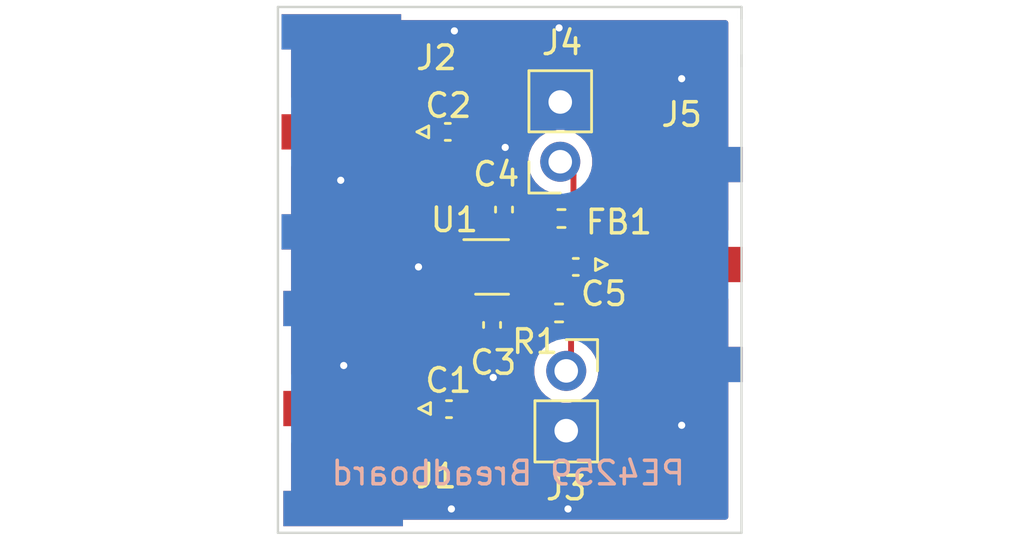
<source format=kicad_pcb>
(kicad_pcb (version 20171130) (host pcbnew "(5.1.10)-1")

  (general
    (thickness 1.6)
    (drawings 7)
    (tracks 88)
    (zones 0)
    (modules 13)
    (nets 12)
  )

  (page A4)
  (layers
    (0 F.Cu signal)
    (1 In1.Cu signal)
    (2 In2.Cu signal)
    (31 B.Cu signal)
    (32 B.Adhes user)
    (33 F.Adhes user)
    (34 B.Paste user)
    (35 F.Paste user)
    (36 B.SilkS user)
    (37 F.SilkS user)
    (38 B.Mask user)
    (39 F.Mask user)
    (40 Dwgs.User user)
    (41 Cmts.User user)
    (42 Eco1.User user)
    (43 Eco2.User user)
    (44 Edge.Cuts user)
    (45 Margin user)
    (46 B.CrtYd user)
    (47 F.CrtYd user)
    (48 B.Fab user)
    (49 F.Fab user hide)
  )

  (setup
    (last_trace_width 0.25)
    (trace_clearance 0.3048)
    (zone_clearance 0.508)
    (zone_45_only no)
    (trace_min 0.2)
    (via_size 0.6096)
    (via_drill 0.3048)
    (via_min_size 0.4)
    (via_min_drill 0.3)
    (uvia_size 0.3)
    (uvia_drill 0.1)
    (uvias_allowed no)
    (uvia_min_size 0.2)
    (uvia_min_drill 0.1)
    (edge_width 0.1)
    (segment_width 0.2)
    (pcb_text_width 0.3)
    (pcb_text_size 1.5 1.5)
    (mod_edge_width 0.15)
    (mod_text_size 1 1)
    (mod_text_width 0.15)
    (pad_size 1.7 1.7)
    (pad_drill 1)
    (pad_to_mask_clearance 0)
    (aux_axis_origin 0 0)
    (visible_elements 7FFFFFFF)
    (pcbplotparams
      (layerselection 0x010fc_ffffffff)
      (usegerberextensions false)
      (usegerberattributes true)
      (usegerberadvancedattributes true)
      (creategerberjobfile true)
      (excludeedgelayer true)
      (linewidth 0.100000)
      (plotframeref false)
      (viasonmask false)
      (mode 1)
      (useauxorigin false)
      (hpglpennumber 1)
      (hpglpenspeed 20)
      (hpglpendiameter 15.000000)
      (psnegative false)
      (psa4output false)
      (plotreference true)
      (plotvalue true)
      (plotinvisibletext false)
      (padsonsilk false)
      (subtractmaskfromsilk false)
      (outputformat 1)
      (mirror false)
      (drillshape 1)
      (scaleselection 1)
      (outputdirectory ""))
  )

  (net 0 "")
  (net 1 IN_2)
  (net 2 "Net-(C1-Pad1)")
  (net 3 IN_1)
  (net 4 "Net-(C2-Pad1)")
  (net 5 GND)
  (net 6 "Net-(C3-Pad1)")
  (net 7 "Net-(C4-Pad1)")
  (net 8 OUT)
  (net 9 "Net-(C5-Pad1)")
  (net 10 VCC3V3)
  (net 11 REFCLK_SEL)

  (net_class Default "This is the default net class."
    (clearance 0.3048)
    (trace_width 0.25)
    (via_dia 0.6096)
    (via_drill 0.3048)
    (uvia_dia 0.3)
    (uvia_drill 0.1)
    (add_net GND)
    (add_net "Net-(C3-Pad1)")
    (add_net "Net-(C4-Pad1)")
    (add_net REFCLK_SEL)
    (add_net VCC3V3)
  )

  (net_class RF ""
    (clearance 0.6096)
    (trace_width 0.3556)
    (via_dia 0.6096)
    (via_drill 0.3048)
    (uvia_dia 0.3)
    (uvia_drill 0.1)
    (add_net IN_1)
    (add_net IN_2)
    (add_net "Net-(C1-Pad1)")
    (add_net "Net-(C2-Pad1)")
    (add_net "Net-(C5-Pad1)")
    (add_net OUT)
  )

  (module Package_TO_SOT_SMD:SOT-363_SC-70-6_Handsoldering (layer F.Cu) (tedit 5A02FF57) (tstamp 628CF651)
    (at 137.2362 75.565)
    (descr "SOT-363, SC-70-6, Handsoldering")
    (tags "SOT-363 SC-70-6 Handsoldering")
    (path /628BE56D)
    (attr smd)
    (fp_text reference U1 (at -1.6002 -2) (layer F.SilkS)
      (effects (font (size 1 1) (thickness 0.15)))
    )
    (fp_text value PE4259 (at 0 2 180) (layer F.Fab)
      (effects (font (size 1 1) (thickness 0.15)))
    )
    (fp_line (start -0.175 -1.1) (end -0.675 -0.6) (layer F.Fab) (width 0.1))
    (fp_line (start 0.675 1.1) (end -0.675 1.1) (layer F.Fab) (width 0.1))
    (fp_line (start 0.675 -1.1) (end 0.675 1.1) (layer F.Fab) (width 0.1))
    (fp_line (start -0.675 -0.6) (end -0.675 1.1) (layer F.Fab) (width 0.1))
    (fp_line (start 0.675 -1.1) (end -0.175 -1.1) (layer F.Fab) (width 0.1))
    (fp_line (start -2.4 -1.4) (end 2.4 -1.4) (layer F.CrtYd) (width 0.05))
    (fp_line (start -2.4 -1.4) (end -2.4 1.4) (layer F.CrtYd) (width 0.05))
    (fp_line (start 2.4 1.4) (end 2.4 -1.4) (layer F.CrtYd) (width 0.05))
    (fp_line (start -0.7 1.16) (end 0.7 1.16) (layer F.SilkS) (width 0.12))
    (fp_line (start 0.7 -1.16) (end -1.2 -1.16) (layer F.SilkS) (width 0.12))
    (fp_line (start -2.4 1.4) (end 2.4 1.4) (layer F.CrtYd) (width 0.05))
    (fp_text user %R (at 0 0 90) (layer F.Fab)
      (effects (font (size 0.5 0.5) (thickness 0.075)))
    )
    (pad 6 smd rect (at 1.33 -0.65) (size 1.5 0.4) (layers F.Cu F.Paste F.Mask)
      (net 7 "Net-(C4-Pad1)"))
    (pad 5 smd rect (at 1.33 0) (size 1.5 0.4) (layers F.Cu F.Paste F.Mask)
      (net 9 "Net-(C5-Pad1)"))
    (pad 4 smd rect (at 1.33 0.65) (size 1.5 0.4) (layers F.Cu F.Paste F.Mask)
      (net 6 "Net-(C3-Pad1)"))
    (pad 3 smd rect (at -1.33 0.65) (size 1.5 0.4) (layers F.Cu F.Paste F.Mask)
      (net 2 "Net-(C1-Pad1)"))
    (pad 2 smd rect (at -1.33 0) (size 1.5 0.4) (layers F.Cu F.Paste F.Mask)
      (net 5 GND))
    (pad 1 smd rect (at -1.33 -0.65) (size 1.5 0.4) (layers F.Cu F.Paste F.Mask)
      (net 4 "Net-(C2-Pad1)"))
    (model ${KISYS3DMOD}/Package_TO_SOT_SMD.3dshapes/SOT-363_SC-70-6.wrl
      (at (xyz 0 0 0))
      (scale (xyz 1 1 1))
      (rotate (xyz 0 0 0))
    )
  )

  (module Resistor_SMD:R_0402_1005Metric (layer F.Cu) (tedit 5F68FEEE) (tstamp 628CF63B)
    (at 140.081 77.5208)
    (descr "Resistor SMD 0402 (1005 Metric), square (rectangular) end terminal, IPC_7351 nominal, (Body size source: IPC-SM-782 page 72, https://www.pcb-3d.com/wordpress/wp-content/uploads/ipc-sm-782a_amendment_1_and_2.pdf), generated with kicad-footprint-generator")
    (tags resistor)
    (path /628C8F5F)
    (attr smd)
    (fp_text reference R1 (at -1.016 1.2192) (layer F.SilkS)
      (effects (font (size 1 1) (thickness 0.15)))
    )
    (fp_text value 100 (at 0 1.17) (layer F.Fab)
      (effects (font (size 1 1) (thickness 0.15)))
    )
    (fp_line (start 0.93 0.47) (end -0.93 0.47) (layer F.CrtYd) (width 0.05))
    (fp_line (start 0.93 -0.47) (end 0.93 0.47) (layer F.CrtYd) (width 0.05))
    (fp_line (start -0.93 -0.47) (end 0.93 -0.47) (layer F.CrtYd) (width 0.05))
    (fp_line (start -0.93 0.47) (end -0.93 -0.47) (layer F.CrtYd) (width 0.05))
    (fp_line (start -0.153641 0.38) (end 0.153641 0.38) (layer F.SilkS) (width 0.12))
    (fp_line (start -0.153641 -0.38) (end 0.153641 -0.38) (layer F.SilkS) (width 0.12))
    (fp_line (start 0.525 0.27) (end -0.525 0.27) (layer F.Fab) (width 0.1))
    (fp_line (start 0.525 -0.27) (end 0.525 0.27) (layer F.Fab) (width 0.1))
    (fp_line (start -0.525 -0.27) (end 0.525 -0.27) (layer F.Fab) (width 0.1))
    (fp_line (start -0.525 0.27) (end -0.525 -0.27) (layer F.Fab) (width 0.1))
    (fp_text user %R (at 0 0) (layer F.Fab)
      (effects (font (size 0.26 0.26) (thickness 0.04)))
    )
    (pad 2 smd roundrect (at 0.51 0) (size 0.54 0.64) (layers F.Cu F.Paste F.Mask) (roundrect_rratio 0.25)
      (net 11 REFCLK_SEL))
    (pad 1 smd roundrect (at -0.51 0) (size 0.54 0.64) (layers F.Cu F.Paste F.Mask) (roundrect_rratio 0.25)
      (net 6 "Net-(C3-Pad1)"))
    (model ${KISYS3DMOD}/Resistor_SMD.3dshapes/R_0402_1005Metric.wrl
      (at (xyz 0 0 0))
      (scale (xyz 1 1 1))
      (rotate (xyz 0 0 0))
    )
  )

  (module Connector_Coaxial:SMA_Amphenol_132289_EdgeMount (layer F.Cu) (tedit 5A1C1810) (tstamp 628CF62A)
    (at 145.3388 75.4634)
    (descr http://www.amphenolrf.com/132289.html)
    (tags SMA)
    (path /62947FD2)
    (attr smd)
    (fp_text reference J5 (at -0.0508 -6.3754 180) (layer F.SilkS)
      (effects (font (size 1 1) (thickness 0.15)))
    )
    (fp_text value Conn_01x05_Male (at 5 6) (layer F.Fab)
      (effects (font (size 1 1) (thickness 0.15)))
    )
    (fp_line (start -1.91 5.08) (end 4.445 5.08) (layer F.Fab) (width 0.1))
    (fp_line (start -1.91 3.81) (end -1.91 5.08) (layer F.Fab) (width 0.1))
    (fp_line (start 2.54 3.81) (end -1.91 3.81) (layer F.Fab) (width 0.1))
    (fp_line (start 2.54 -3.81) (end 2.54 3.81) (layer F.Fab) (width 0.1))
    (fp_line (start -1.91 -3.81) (end 2.54 -3.81) (layer F.Fab) (width 0.1))
    (fp_line (start -1.91 -5.08) (end -1.91 -3.81) (layer F.Fab) (width 0.1))
    (fp_line (start -1.91 -5.08) (end 4.445 -5.08) (layer F.Fab) (width 0.1))
    (fp_line (start 4.445 -3.81) (end 4.445 -5.08) (layer F.Fab) (width 0.1))
    (fp_line (start 4.445 5.08) (end 4.445 3.81) (layer F.Fab) (width 0.1))
    (fp_line (start 13.97 3.81) (end 4.445 3.81) (layer F.Fab) (width 0.1))
    (fp_line (start 13.97 -3.81) (end 13.97 3.81) (layer F.Fab) (width 0.1))
    (fp_line (start 4.445 -3.81) (end 13.97 -3.81) (layer F.Fab) (width 0.1))
    (fp_line (start -3.04 5.58) (end -3.04 -5.58) (layer B.CrtYd) (width 0.05))
    (fp_line (start 14.47 5.58) (end -3.04 5.58) (layer B.CrtYd) (width 0.05))
    (fp_line (start 14.47 -5.58) (end 14.47 5.58) (layer B.CrtYd) (width 0.05))
    (fp_line (start 14.47 -5.58) (end -3.04 -5.58) (layer B.CrtYd) (width 0.05))
    (fp_line (start -3.04 5.58) (end -3.04 -5.58) (layer F.CrtYd) (width 0.05))
    (fp_line (start 14.47 5.58) (end -3.04 5.58) (layer F.CrtYd) (width 0.05))
    (fp_line (start 14.47 -5.58) (end 14.47 5.58) (layer F.CrtYd) (width 0.05))
    (fp_line (start 14.47 -5.58) (end -3.04 -5.58) (layer F.CrtYd) (width 0.05))
    (fp_line (start 2.54 -0.75) (end 3.54 0) (layer F.Fab) (width 0.1))
    (fp_line (start 3.54 0) (end 2.54 0.75) (layer F.Fab) (width 0.1))
    (fp_line (start -3.21 0) (end -3.71 -0.25) (layer F.SilkS) (width 0.12))
    (fp_line (start -3.71 -0.25) (end -3.71 0.25) (layer F.SilkS) (width 0.12))
    (fp_line (start -3.71 0.25) (end -3.21 0) (layer F.SilkS) (width 0.12))
    (fp_text user %R (at 4.79 0 270) (layer F.Fab)
      (effects (font (size 1 1) (thickness 0.15)))
    )
    (pad 1 smd rect (at 0 0 90) (size 1.5 5.08) (layers F.Cu F.Paste F.Mask)
      (net 8 OUT))
    (pad 2 smd rect (at 0 -4.25 90) (size 1.5 5.08) (layers F.Cu F.Paste F.Mask)
      (net 5 GND))
    (pad 2 smd rect (at 0 4.25 90) (size 1.5 5.08) (layers F.Cu F.Paste F.Mask)
      (net 5 GND))
    (pad 2 smd rect (at 0 -4.25 90) (size 1.5 5.08) (layers B.Cu B.Paste B.Mask)
      (net 5 GND))
    (pad 2 smd rect (at 0 4.25 90) (size 1.5 5.08) (layers B.Cu B.Paste B.Mask)
      (net 5 GND))
    (model ${KISYS3DMOD}/Connector_Coaxial.3dshapes/SMA_Amphenol_132289_EdgeMount.wrl
      (at (xyz 0 0 0))
      (scale (xyz 1 1 1))
      (rotate (xyz 0 0 0))
    )
  )

  (module Connector_PinSocket_2.54mm:PinSocket_1x02_P2.54mm_Vertical (layer F.Cu) (tedit 628CD513) (tstamp 628CF607)
    (at 140.1318 71.0946 180)
    (descr "Through hole straight socket strip, 1x02, 2.54mm pitch, single row (from Kicad 4.0.7), script generated")
    (tags "Through hole socket strip THT 1x02 2.54mm single row")
    (path /628BF566)
    (fp_text reference J4 (at -0.0762 5.0546) (layer F.SilkS)
      (effects (font (size 1 1) (thickness 0.15)))
    )
    (fp_text value Conn_01x02_Male (at 0 5.31) (layer F.Fab)
      (effects (font (size 1 1) (thickness 0.15)))
    )
    (fp_line (start -1.8 4.3) (end -1.8 -1.8) (layer F.CrtYd) (width 0.05))
    (fp_line (start 1.75 4.3) (end -1.8 4.3) (layer F.CrtYd) (width 0.05))
    (fp_line (start 1.75 -1.8) (end 1.75 4.3) (layer F.CrtYd) (width 0.05))
    (fp_line (start -1.8 -1.8) (end 1.75 -1.8) (layer F.CrtYd) (width 0.05))
    (fp_line (start 0 -1.33) (end 1.33 -1.33) (layer F.SilkS) (width 0.12))
    (fp_line (start 1.33 -1.33) (end 1.33 0) (layer F.SilkS) (width 0.12))
    (fp_line (start 1.33 1.27) (end 1.33 3.87) (layer F.SilkS) (width 0.12))
    (fp_line (start -1.33 3.87) (end 1.33 3.87) (layer F.SilkS) (width 0.12))
    (fp_line (start -1.33 1.27) (end -1.33 3.87) (layer F.SilkS) (width 0.12))
    (fp_line (start -1.33 1.27) (end 1.33 1.27) (layer F.SilkS) (width 0.12))
    (fp_line (start -1.27 3.81) (end -1.27 -1.27) (layer F.Fab) (width 0.1))
    (fp_line (start 1.27 3.81) (end -1.27 3.81) (layer F.Fab) (width 0.1))
    (fp_line (start 1.27 -0.635) (end 1.27 3.81) (layer F.Fab) (width 0.1))
    (fp_line (start 0.635 -1.27) (end 1.27 -0.635) (layer F.Fab) (width 0.1))
    (fp_line (start -1.27 -1.27) (end 0.635 -1.27) (layer F.Fab) (width 0.1))
    (fp_text user %R (at 0 1.27 90) (layer F.Fab)
      (effects (font (size 1 1) (thickness 0.15)))
    )
    (pad 2 thru_hole rect (at 0 2.54 180) (size 1.7 1.7) (drill 1) (layers *.Cu *.Mask)
      (net 5 GND))
    (pad 1 thru_hole oval (at 0 0 180) (size 1.7 1.7) (drill 1) (layers *.Cu *.Mask)
      (net 10 VCC3V3))
    (model ${KISYS3DMOD}/Connector_PinSocket_2.54mm.3dshapes/PinSocket_1x02_P2.54mm_Vertical.wrl
      (at (xyz 0 0 0))
      (scale (xyz 1 1 1))
      (rotate (xyz 0 0 0))
    )
  )

  (module Connector_PinSocket_2.54mm:PinSocket_1x02_P2.54mm_Vertical (layer F.Cu) (tedit 628CD4E5) (tstamp 628CF5F1)
    (at 140.3858 79.9846)
    (descr "Through hole straight socket strip, 1x02, 2.54mm pitch, single row (from Kicad 4.0.7), script generated")
    (tags "Through hole socket strip THT 1x02 2.54mm single row")
    (path /629525F7)
    (fp_text reference J3 (at 0 4.9784) (layer F.SilkS)
      (effects (font (size 1 1) (thickness 0.15)))
    )
    (fp_text value Conn_01x02_Male (at 0 5.31) (layer F.Fab)
      (effects (font (size 1 1) (thickness 0.15)))
    )
    (fp_line (start -1.8 4.3) (end -1.8 -1.8) (layer F.CrtYd) (width 0.05))
    (fp_line (start 1.75 4.3) (end -1.8 4.3) (layer F.CrtYd) (width 0.05))
    (fp_line (start 1.75 -1.8) (end 1.75 4.3) (layer F.CrtYd) (width 0.05))
    (fp_line (start -1.8 -1.8) (end 1.75 -1.8) (layer F.CrtYd) (width 0.05))
    (fp_line (start 0 -1.33) (end 1.33 -1.33) (layer F.SilkS) (width 0.12))
    (fp_line (start 1.33 -1.33) (end 1.33 0) (layer F.SilkS) (width 0.12))
    (fp_line (start 1.33 1.27) (end 1.33 3.87) (layer F.SilkS) (width 0.12))
    (fp_line (start -1.33 3.87) (end 1.33 3.87) (layer F.SilkS) (width 0.12))
    (fp_line (start -1.33 1.27) (end -1.33 3.87) (layer F.SilkS) (width 0.12))
    (fp_line (start -1.33 1.27) (end 1.33 1.27) (layer F.SilkS) (width 0.12))
    (fp_line (start -1.27 3.81) (end -1.27 -1.27) (layer F.Fab) (width 0.1))
    (fp_line (start 1.27 3.81) (end -1.27 3.81) (layer F.Fab) (width 0.1))
    (fp_line (start 1.27 -0.635) (end 1.27 3.81) (layer F.Fab) (width 0.1))
    (fp_line (start 0.635 -1.27) (end 1.27 -0.635) (layer F.Fab) (width 0.1))
    (fp_line (start -1.27 -1.27) (end 0.635 -1.27) (layer F.Fab) (width 0.1))
    (fp_text user %R (at 0 1.27 90) (layer F.Fab)
      (effects (font (size 1 1) (thickness 0.15)))
    )
    (pad 2 thru_hole rect (at 0 2.54) (size 1.7 1.7) (drill 1) (layers *.Cu *.Mask)
      (net 5 GND))
    (pad 1 thru_hole circle (at 0 0) (size 1.7 1.7) (drill 1) (layers *.Cu *.Mask)
      (net 11 REFCLK_SEL))
    (model ${KISYS3DMOD}/Connector_PinSocket_2.54mm.3dshapes/PinSocket_1x02_P2.54mm_Vertical.wrl
      (at (xyz 0 0 0))
      (scale (xyz 1 1 1))
      (rotate (xyz 0 0 0))
    )
  )

  (module Connector_Coaxial:SMA_Amphenol_132289_EdgeMount (layer F.Cu) (tedit 5A1C1810) (tstamp 628CF5DB)
    (at 130.8354 69.8246 180)
    (descr http://www.amphenolrf.com/132289.html)
    (tags SMA)
    (path /6294BDE3)
    (attr smd)
    (fp_text reference J2 (at -4.0386 3.1496 180) (layer F.SilkS)
      (effects (font (size 1 1) (thickness 0.15)))
    )
    (fp_text value Conn_01x05_Male (at 5 6) (layer F.Fab)
      (effects (font (size 1 1) (thickness 0.15)))
    )
    (fp_line (start -1.91 5.08) (end 4.445 5.08) (layer F.Fab) (width 0.1))
    (fp_line (start -1.91 3.81) (end -1.91 5.08) (layer F.Fab) (width 0.1))
    (fp_line (start 2.54 3.81) (end -1.91 3.81) (layer F.Fab) (width 0.1))
    (fp_line (start 2.54 -3.81) (end 2.54 3.81) (layer F.Fab) (width 0.1))
    (fp_line (start -1.91 -3.81) (end 2.54 -3.81) (layer F.Fab) (width 0.1))
    (fp_line (start -1.91 -5.08) (end -1.91 -3.81) (layer F.Fab) (width 0.1))
    (fp_line (start -1.91 -5.08) (end 4.445 -5.08) (layer F.Fab) (width 0.1))
    (fp_line (start 4.445 -3.81) (end 4.445 -5.08) (layer F.Fab) (width 0.1))
    (fp_line (start 4.445 5.08) (end 4.445 3.81) (layer F.Fab) (width 0.1))
    (fp_line (start 13.97 3.81) (end 4.445 3.81) (layer F.Fab) (width 0.1))
    (fp_line (start 13.97 -3.81) (end 13.97 3.81) (layer F.Fab) (width 0.1))
    (fp_line (start 4.445 -3.81) (end 13.97 -3.81) (layer F.Fab) (width 0.1))
    (fp_line (start -3.04 5.58) (end -3.04 -5.58) (layer B.CrtYd) (width 0.05))
    (fp_line (start 14.47 5.58) (end -3.04 5.58) (layer B.CrtYd) (width 0.05))
    (fp_line (start 14.47 -5.58) (end 14.47 5.58) (layer B.CrtYd) (width 0.05))
    (fp_line (start 14.47 -5.58) (end -3.04 -5.58) (layer B.CrtYd) (width 0.05))
    (fp_line (start -3.04 5.58) (end -3.04 -5.58) (layer F.CrtYd) (width 0.05))
    (fp_line (start 14.47 5.58) (end -3.04 5.58) (layer F.CrtYd) (width 0.05))
    (fp_line (start 14.47 -5.58) (end 14.47 5.58) (layer F.CrtYd) (width 0.05))
    (fp_line (start 14.47 -5.58) (end -3.04 -5.58) (layer F.CrtYd) (width 0.05))
    (fp_line (start 2.54 -0.75) (end 3.54 0) (layer F.Fab) (width 0.1))
    (fp_line (start 3.54 0) (end 2.54 0.75) (layer F.Fab) (width 0.1))
    (fp_line (start -3.21 0) (end -3.71 -0.25) (layer F.SilkS) (width 0.12))
    (fp_line (start -3.71 -0.25) (end -3.71 0.25) (layer F.SilkS) (width 0.12))
    (fp_line (start -3.71 0.25) (end -3.21 0) (layer F.SilkS) (width 0.12))
    (fp_text user %R (at 4.79 0 270) (layer F.Fab)
      (effects (font (size 1 1) (thickness 0.15)))
    )
    (pad 1 smd rect (at 0 0 270) (size 1.5 5.08) (layers F.Cu F.Paste F.Mask)
      (net 3 IN_1))
    (pad 2 smd rect (at 0 -4.25 270) (size 1.5 5.08) (layers F.Cu F.Paste F.Mask)
      (net 5 GND))
    (pad 2 smd rect (at 0 4.25 270) (size 1.5 5.08) (layers F.Cu F.Paste F.Mask)
      (net 5 GND))
    (pad 2 smd rect (at 0 -4.25 270) (size 1.5 5.08) (layers B.Cu B.Paste B.Mask)
      (net 5 GND))
    (pad 2 smd rect (at 0 4.25 270) (size 1.5 5.08) (layers B.Cu B.Paste B.Mask)
      (net 5 GND))
    (model ${KISYS3DMOD}/Connector_Coaxial.3dshapes/SMA_Amphenol_132289_EdgeMount.wrl
      (at (xyz 0 0 0))
      (scale (xyz 1 1 1))
      (rotate (xyz 0 0 0))
    )
  )

  (module Connector_Coaxial:SMA_Amphenol_132289_EdgeMount (layer F.Cu) (tedit 5A1C1810) (tstamp 628CF5B8)
    (at 130.9116 81.5848 180)
    (descr http://www.amphenolrf.com/132289.html)
    (tags SMA)
    (path /6294A55C)
    (attr smd)
    (fp_text reference J1 (at -3.9624 -2.8702 180) (layer F.SilkS)
      (effects (font (size 1 1) (thickness 0.15)))
    )
    (fp_text value Conn_01x05_Male (at 5 6) (layer F.Fab)
      (effects (font (size 1 1) (thickness 0.15)))
    )
    (fp_line (start -1.91 5.08) (end 4.445 5.08) (layer F.Fab) (width 0.1))
    (fp_line (start -1.91 3.81) (end -1.91 5.08) (layer F.Fab) (width 0.1))
    (fp_line (start 2.54 3.81) (end -1.91 3.81) (layer F.Fab) (width 0.1))
    (fp_line (start 2.54 -3.81) (end 2.54 3.81) (layer F.Fab) (width 0.1))
    (fp_line (start -1.91 -3.81) (end 2.54 -3.81) (layer F.Fab) (width 0.1))
    (fp_line (start -1.91 -5.08) (end -1.91 -3.81) (layer F.Fab) (width 0.1))
    (fp_line (start -1.91 -5.08) (end 4.445 -5.08) (layer F.Fab) (width 0.1))
    (fp_line (start 4.445 -3.81) (end 4.445 -5.08) (layer F.Fab) (width 0.1))
    (fp_line (start 4.445 5.08) (end 4.445 3.81) (layer F.Fab) (width 0.1))
    (fp_line (start 13.97 3.81) (end 4.445 3.81) (layer F.Fab) (width 0.1))
    (fp_line (start 13.97 -3.81) (end 13.97 3.81) (layer F.Fab) (width 0.1))
    (fp_line (start 4.445 -3.81) (end 13.97 -3.81) (layer F.Fab) (width 0.1))
    (fp_line (start -3.04 5.58) (end -3.04 -5.58) (layer B.CrtYd) (width 0.05))
    (fp_line (start 14.47 5.58) (end -3.04 5.58) (layer B.CrtYd) (width 0.05))
    (fp_line (start 14.47 -5.58) (end 14.47 5.58) (layer B.CrtYd) (width 0.05))
    (fp_line (start 14.47 -5.58) (end -3.04 -5.58) (layer B.CrtYd) (width 0.05))
    (fp_line (start -3.04 5.58) (end -3.04 -5.58) (layer F.CrtYd) (width 0.05))
    (fp_line (start 14.47 5.58) (end -3.04 5.58) (layer F.CrtYd) (width 0.05))
    (fp_line (start 14.47 -5.58) (end 14.47 5.58) (layer F.CrtYd) (width 0.05))
    (fp_line (start 14.47 -5.58) (end -3.04 -5.58) (layer F.CrtYd) (width 0.05))
    (fp_line (start 2.54 -0.75) (end 3.54 0) (layer F.Fab) (width 0.1))
    (fp_line (start 3.54 0) (end 2.54 0.75) (layer F.Fab) (width 0.1))
    (fp_line (start -3.21 0) (end -3.71 -0.25) (layer F.SilkS) (width 0.12))
    (fp_line (start -3.71 -0.25) (end -3.71 0.25) (layer F.SilkS) (width 0.12))
    (fp_line (start -3.71 0.25) (end -3.21 0) (layer F.SilkS) (width 0.12))
    (fp_text user %R (at 4.79 0 270) (layer F.Fab)
      (effects (font (size 1 1) (thickness 0.15)))
    )
    (pad 1 smd rect (at 0 0 270) (size 1.5 5.08) (layers F.Cu F.Paste F.Mask)
      (net 1 IN_2))
    (pad 2 smd rect (at 0 -4.25 270) (size 1.5 5.08) (layers F.Cu F.Paste F.Mask)
      (net 5 GND))
    (pad 2 smd rect (at 0 4.25 270) (size 1.5 5.08) (layers F.Cu F.Paste F.Mask)
      (net 5 GND))
    (pad 2 smd rect (at 0 -4.25 270) (size 1.5 5.08) (layers B.Cu B.Paste B.Mask)
      (net 5 GND))
    (pad 2 smd rect (at 0 4.25 270) (size 1.5 5.08) (layers B.Cu B.Paste B.Mask)
      (net 5 GND))
    (model ${KISYS3DMOD}/Connector_Coaxial.3dshapes/SMA_Amphenol_132289_EdgeMount.wrl
      (at (xyz 0 0 0))
      (scale (xyz 1 1 1))
      (rotate (xyz 0 0 0))
    )
  )

  (module Resistor_SMD:R_0402_1005Metric (layer F.Cu) (tedit 5F68FEEE) (tstamp 628CF595)
    (at 140.1826 73.5076 180)
    (descr "Resistor SMD 0402 (1005 Metric), square (rectangular) end terminal, IPC_7351 nominal, (Body size source: IPC-SM-782 page 72, https://www.pcb-3d.com/wordpress/wp-content/uploads/ipc-sm-782a_amendment_1_and_2.pdf), generated with kicad-footprint-generator")
    (tags resistor)
    (path /628C47D7)
    (attr smd)
    (fp_text reference FB1 (at -2.4384 -0.1524) (layer F.SilkS)
      (effects (font (size 1 1) (thickness 0.15)))
    )
    (fp_text value BLM15HG102SN1 (at -0.3104 4.1302) (layer F.Fab)
      (effects (font (size 1 1) (thickness 0.15)))
    )
    (fp_line (start 0.93 0.47) (end -0.93 0.47) (layer F.CrtYd) (width 0.05))
    (fp_line (start 0.93 -0.47) (end 0.93 0.47) (layer F.CrtYd) (width 0.05))
    (fp_line (start -0.93 -0.47) (end 0.93 -0.47) (layer F.CrtYd) (width 0.05))
    (fp_line (start -0.93 0.47) (end -0.93 -0.47) (layer F.CrtYd) (width 0.05))
    (fp_line (start -0.153641 0.38) (end 0.153641 0.38) (layer F.SilkS) (width 0.12))
    (fp_line (start -0.153641 -0.38) (end 0.153641 -0.38) (layer F.SilkS) (width 0.12))
    (fp_line (start 0.525 0.27) (end -0.525 0.27) (layer F.Fab) (width 0.1))
    (fp_line (start 0.525 -0.27) (end 0.525 0.27) (layer F.Fab) (width 0.1))
    (fp_line (start -0.525 -0.27) (end 0.525 -0.27) (layer F.Fab) (width 0.1))
    (fp_line (start -0.525 0.27) (end -0.525 -0.27) (layer F.Fab) (width 0.1))
    (fp_text user %R (at 0 0) (layer F.Fab)
      (effects (font (size 0.26 0.26) (thickness 0.04)))
    )
    (pad 2 smd roundrect (at 0.51 0 180) (size 0.54 0.64) (layers F.Cu F.Paste F.Mask) (roundrect_rratio 0.25)
      (net 7 "Net-(C4-Pad1)"))
    (pad 1 smd roundrect (at -0.51 0 180) (size 0.54 0.64) (layers F.Cu F.Paste F.Mask) (roundrect_rratio 0.25)
      (net 10 VCC3V3))
    (model ${KISYS3DMOD}/Resistor_SMD.3dshapes/R_0402_1005Metric.wrl
      (at (xyz 0 0 0))
      (scale (xyz 1 1 1))
      (rotate (xyz 0 0 0))
    )
  )

  (module Capacitor_SMD:C_0402_1005Metric (layer F.Cu) (tedit 5F68FEEE) (tstamp 628CF584)
    (at 140.7922 75.565)
    (descr "Capacitor SMD 0402 (1005 Metric), square (rectangular) end terminal, IPC_7351 nominal, (Body size source: IPC-SM-782 page 76, https://www.pcb-3d.com/wordpress/wp-content/uploads/ipc-sm-782a_amendment_1_and_2.pdf), generated with kicad-footprint-generator")
    (tags capacitor)
    (path /628C392F)
    (attr smd)
    (fp_text reference C5 (at 1.1938 1.143) (layer F.SilkS)
      (effects (font (size 1 1) (thickness 0.15)))
    )
    (fp_text value CAP (at 0 1.16) (layer F.Fab)
      (effects (font (size 1 1) (thickness 0.15)))
    )
    (fp_line (start 0.91 0.46) (end -0.91 0.46) (layer F.CrtYd) (width 0.05))
    (fp_line (start 0.91 -0.46) (end 0.91 0.46) (layer F.CrtYd) (width 0.05))
    (fp_line (start -0.91 -0.46) (end 0.91 -0.46) (layer F.CrtYd) (width 0.05))
    (fp_line (start -0.91 0.46) (end -0.91 -0.46) (layer F.CrtYd) (width 0.05))
    (fp_line (start -0.107836 0.36) (end 0.107836 0.36) (layer F.SilkS) (width 0.12))
    (fp_line (start -0.107836 -0.36) (end 0.107836 -0.36) (layer F.SilkS) (width 0.12))
    (fp_line (start 0.5 0.25) (end -0.5 0.25) (layer F.Fab) (width 0.1))
    (fp_line (start 0.5 -0.25) (end 0.5 0.25) (layer F.Fab) (width 0.1))
    (fp_line (start -0.5 -0.25) (end 0.5 -0.25) (layer F.Fab) (width 0.1))
    (fp_line (start -0.5 0.25) (end -0.5 -0.25) (layer F.Fab) (width 0.1))
    (fp_text user %R (at 0 0) (layer F.Fab)
      (effects (font (size 0.25 0.25) (thickness 0.04)))
    )
    (pad 2 smd roundrect (at 0.48 0) (size 0.56 0.62) (layers F.Cu F.Paste F.Mask) (roundrect_rratio 0.25)
      (net 8 OUT))
    (pad 1 smd roundrect (at -0.48 0) (size 0.56 0.62) (layers F.Cu F.Paste F.Mask) (roundrect_rratio 0.25)
      (net 9 "Net-(C5-Pad1)"))
    (model ${KISYS3DMOD}/Capacitor_SMD.3dshapes/C_0402_1005Metric.wrl
      (at (xyz 0 0 0))
      (scale (xyz 1 1 1))
      (rotate (xyz 0 0 0))
    )
  )

  (module Capacitor_SMD:C_0402_1005Metric (layer F.Cu) (tedit 5F68FEEE) (tstamp 628CF573)
    (at 137.7442 73.1266 90)
    (descr "Capacitor SMD 0402 (1005 Metric), square (rectangular) end terminal, IPC_7351 nominal, (Body size source: IPC-SM-782 page 76, https://www.pcb-3d.com/wordpress/wp-content/uploads/ipc-sm-782a_amendment_1_and_2.pdf), generated with kicad-footprint-generator")
    (tags capacitor)
    (path /628C175A)
    (attr smd)
    (fp_text reference C4 (at 1.4986 -0.3302 180) (layer F.SilkS)
      (effects (font (size 1 1) (thickness 0.15)))
    )
    (fp_text value .1uF (at 0 1.16 90) (layer F.Fab)
      (effects (font (size 1 1) (thickness 0.15)))
    )
    (fp_line (start 0.91 0.46) (end -0.91 0.46) (layer F.CrtYd) (width 0.05))
    (fp_line (start 0.91 -0.46) (end 0.91 0.46) (layer F.CrtYd) (width 0.05))
    (fp_line (start -0.91 -0.46) (end 0.91 -0.46) (layer F.CrtYd) (width 0.05))
    (fp_line (start -0.91 0.46) (end -0.91 -0.46) (layer F.CrtYd) (width 0.05))
    (fp_line (start -0.107836 0.36) (end 0.107836 0.36) (layer F.SilkS) (width 0.12))
    (fp_line (start -0.107836 -0.36) (end 0.107836 -0.36) (layer F.SilkS) (width 0.12))
    (fp_line (start 0.5 0.25) (end -0.5 0.25) (layer F.Fab) (width 0.1))
    (fp_line (start 0.5 -0.25) (end 0.5 0.25) (layer F.Fab) (width 0.1))
    (fp_line (start -0.5 -0.25) (end 0.5 -0.25) (layer F.Fab) (width 0.1))
    (fp_line (start -0.5 0.25) (end -0.5 -0.25) (layer F.Fab) (width 0.1))
    (fp_text user %R (at 0 0 90) (layer F.Fab)
      (effects (font (size 0.25 0.25) (thickness 0.04)))
    )
    (pad 2 smd roundrect (at 0.48 0 90) (size 0.56 0.62) (layers F.Cu F.Paste F.Mask) (roundrect_rratio 0.25)
      (net 5 GND))
    (pad 1 smd roundrect (at -0.48 0 90) (size 0.56 0.62) (layers F.Cu F.Paste F.Mask) (roundrect_rratio 0.25)
      (net 7 "Net-(C4-Pad1)"))
    (model ${KISYS3DMOD}/Capacitor_SMD.3dshapes/C_0402_1005Metric.wrl
      (at (xyz 0 0 0))
      (scale (xyz 1 1 1))
      (rotate (xyz 0 0 0))
    )
  )

  (module Capacitor_SMD:C_0402_1005Metric (layer F.Cu) (tedit 5F68FEEE) (tstamp 628CF562)
    (at 137.2362 78.0314 270)
    (descr "Capacitor SMD 0402 (1005 Metric), square (rectangular) end terminal, IPC_7351 nominal, (Body size source: IPC-SM-782 page 76, https://www.pcb-3d.com/wordpress/wp-content/uploads/ipc-sm-782a_amendment_1_and_2.pdf), generated with kicad-footprint-generator")
    (tags capacitor)
    (path /628C97F3)
    (attr smd)
    (fp_text reference C3 (at 1.5976 -0.0508 180) (layer F.SilkS)
      (effects (font (size 1 1) (thickness 0.15)))
    )
    (fp_text value 100pF (at 0.3582 1.8542 90) (layer F.Fab)
      (effects (font (size 1 1) (thickness 0.15)))
    )
    (fp_line (start 0.91 0.46) (end -0.91 0.46) (layer F.CrtYd) (width 0.05))
    (fp_line (start 0.91 -0.46) (end 0.91 0.46) (layer F.CrtYd) (width 0.05))
    (fp_line (start -0.91 -0.46) (end 0.91 -0.46) (layer F.CrtYd) (width 0.05))
    (fp_line (start -0.91 0.46) (end -0.91 -0.46) (layer F.CrtYd) (width 0.05))
    (fp_line (start -0.107836 0.36) (end 0.107836 0.36) (layer F.SilkS) (width 0.12))
    (fp_line (start -0.107836 -0.36) (end 0.107836 -0.36) (layer F.SilkS) (width 0.12))
    (fp_line (start 0.5 0.25) (end -0.5 0.25) (layer F.Fab) (width 0.1))
    (fp_line (start 0.5 -0.25) (end 0.5 0.25) (layer F.Fab) (width 0.1))
    (fp_line (start -0.5 -0.25) (end 0.5 -0.25) (layer F.Fab) (width 0.1))
    (fp_line (start -0.5 0.25) (end -0.5 -0.25) (layer F.Fab) (width 0.1))
    (fp_text user %R (at 0 0 90) (layer F.Fab)
      (effects (font (size 0.25 0.25) (thickness 0.04)))
    )
    (pad 2 smd roundrect (at 0.48 0 270) (size 0.56 0.62) (layers F.Cu F.Paste F.Mask) (roundrect_rratio 0.25)
      (net 5 GND))
    (pad 1 smd roundrect (at -0.48 0 270) (size 0.56 0.62) (layers F.Cu F.Paste F.Mask) (roundrect_rratio 0.25)
      (net 6 "Net-(C3-Pad1)"))
    (model ${KISYS3DMOD}/Capacitor_SMD.3dshapes/C_0402_1005Metric.wrl
      (at (xyz 0 0 0))
      (scale (xyz 1 1 1))
      (rotate (xyz 0 0 0))
    )
  )

  (module Capacitor_SMD:C_0402_1005Metric (layer F.Cu) (tedit 5F68FEEE) (tstamp 628CF551)
    (at 135.3566 69.8246 180)
    (descr "Capacitor SMD 0402 (1005 Metric), square (rectangular) end terminal, IPC_7351 nominal, (Body size source: IPC-SM-782 page 76, https://www.pcb-3d.com/wordpress/wp-content/uploads/ipc-sm-782a_amendment_1_and_2.pdf), generated with kicad-footprint-generator")
    (tags capacitor)
    (path /628C697F)
    (attr smd)
    (fp_text reference C2 (at -0.0254 1.1176) (layer F.SilkS)
      (effects (font (size 1 1) (thickness 0.15)))
    )
    (fp_text value .1uF (at 0 1.16) (layer F.Fab)
      (effects (font (size 1 1) (thickness 0.15)))
    )
    (fp_line (start 0.91 0.46) (end -0.91 0.46) (layer F.CrtYd) (width 0.05))
    (fp_line (start 0.91 -0.46) (end 0.91 0.46) (layer F.CrtYd) (width 0.05))
    (fp_line (start -0.91 -0.46) (end 0.91 -0.46) (layer F.CrtYd) (width 0.05))
    (fp_line (start -0.91 0.46) (end -0.91 -0.46) (layer F.CrtYd) (width 0.05))
    (fp_line (start -0.107836 0.36) (end 0.107836 0.36) (layer F.SilkS) (width 0.12))
    (fp_line (start -0.107836 -0.36) (end 0.107836 -0.36) (layer F.SilkS) (width 0.12))
    (fp_line (start 0.5 0.25) (end -0.5 0.25) (layer F.Fab) (width 0.1))
    (fp_line (start 0.5 -0.25) (end 0.5 0.25) (layer F.Fab) (width 0.1))
    (fp_line (start -0.5 -0.25) (end 0.5 -0.25) (layer F.Fab) (width 0.1))
    (fp_line (start -0.5 0.25) (end -0.5 -0.25) (layer F.Fab) (width 0.1))
    (fp_text user %R (at 0 0) (layer F.Fab)
      (effects (font (size 0.25 0.25) (thickness 0.04)))
    )
    (pad 2 smd roundrect (at 0.48 0 180) (size 0.56 0.62) (layers F.Cu F.Paste F.Mask) (roundrect_rratio 0.25)
      (net 3 IN_1))
    (pad 1 smd roundrect (at -0.48 0 180) (size 0.56 0.62) (layers F.Cu F.Paste F.Mask) (roundrect_rratio 0.25)
      (net 4 "Net-(C2-Pad1)"))
    (model ${KISYS3DMOD}/Capacitor_SMD.3dshapes/C_0402_1005Metric.wrl
      (at (xyz 0 0 0))
      (scale (xyz 1 1 1))
      (rotate (xyz 0 0 0))
    )
  )

  (module Capacitor_SMD:C_0402_1005Metric (layer F.Cu) (tedit 5F68FEEE) (tstamp 628CF540)
    (at 135.4074 81.6102 180)
    (descr "Capacitor SMD 0402 (1005 Metric), square (rectangular) end terminal, IPC_7351 nominal, (Body size source: IPC-SM-782 page 76, https://www.pcb-3d.com/wordpress/wp-content/uploads/ipc-sm-782a_amendment_1_and_2.pdf), generated with kicad-footprint-generator")
    (tags capacitor)
    (path /628C810B)
    (attr smd)
    (fp_text reference C1 (at 0.0254 1.2192) (layer F.SilkS)
      (effects (font (size 1 1) (thickness 0.15)))
    )
    (fp_text value .1uF (at 0 1.16) (layer F.Fab)
      (effects (font (size 1 1) (thickness 0.15)))
    )
    (fp_line (start 0.91 0.46) (end -0.91 0.46) (layer F.CrtYd) (width 0.05))
    (fp_line (start 0.91 -0.46) (end 0.91 0.46) (layer F.CrtYd) (width 0.05))
    (fp_line (start -0.91 -0.46) (end 0.91 -0.46) (layer F.CrtYd) (width 0.05))
    (fp_line (start -0.91 0.46) (end -0.91 -0.46) (layer F.CrtYd) (width 0.05))
    (fp_line (start -0.107836 0.36) (end 0.107836 0.36) (layer F.SilkS) (width 0.12))
    (fp_line (start -0.107836 -0.36) (end 0.107836 -0.36) (layer F.SilkS) (width 0.12))
    (fp_line (start 0.5 0.25) (end -0.5 0.25) (layer F.Fab) (width 0.1))
    (fp_line (start 0.5 -0.25) (end 0.5 0.25) (layer F.Fab) (width 0.1))
    (fp_line (start -0.5 -0.25) (end 0.5 -0.25) (layer F.Fab) (width 0.1))
    (fp_line (start -0.5 0.25) (end -0.5 -0.25) (layer F.Fab) (width 0.1))
    (fp_text user %R (at 0 0) (layer F.Fab)
      (effects (font (size 0.25 0.25) (thickness 0.04)))
    )
    (pad 2 smd roundrect (at 0.48 0 180) (size 0.56 0.62) (layers F.Cu F.Paste F.Mask) (roundrect_rratio 0.25)
      (net 1 IN_2))
    (pad 1 smd roundrect (at -0.48 0 180) (size 0.56 0.62) (layers F.Cu F.Paste F.Mask) (roundrect_rratio 0.25)
      (net 2 "Net-(C1-Pad1)"))
    (model ${KISYS3DMOD}/Capacitor_SMD.3dshapes/C_0402_1005Metric.wrl
      (at (xyz 0 0 0))
      (scale (xyz 1 1 1))
      (rotate (xyz 0 0 0))
    )
  )

  (gr_text "PE4259 Breadboard\n" (at 137.922 84.328) (layer B.SilkS)
    (effects (font (size 1 1) (thickness 0.15)) (justify mirror))
  )
  (gr_line (start 147.828 64.516) (end 128.143 64.516) (layer Edge.Cuts) (width 0.1) (tstamp 628CFFED))
  (gr_line (start 147.828 64.516) (end 147.828 65.024) (layer Edge.Cuts) (width 0.1))
  (gr_line (start 147.828 67.056) (end 147.828 64.516) (layer Edge.Cuts) (width 0.1))
  (gr_line (start 147.828 86.868) (end 147.828 66.548) (layer Edge.Cuts) (width 0.1))
  (gr_line (start 128.143 86.868) (end 147.828 86.868) (layer Edge.Cuts) (width 0.1))
  (gr_line (start 128.143 64.516) (end 128.143 86.868) (layer Edge.Cuts) (width 0.1))

  (segment (start 134.902 81.5848) (end 134.9274 81.6102) (width 0.3556) (layer F.Cu) (net 1))
  (segment (start 130.9116 81.5848) (end 134.902 81.5848) (width 0.3556) (layer F.Cu) (net 1))
  (segment (start 135.8874 76.2338) (end 135.9062 76.215) (width 0.3556) (layer F.Cu) (net 2))
  (segment (start 135.8874 81.6102) (end 135.8874 76.2338) (width 0.3556) (layer F.Cu) (net 2))
  (segment (start 134.8766 69.8246) (end 130.8354 69.8246) (width 0.3556) (layer F.Cu) (net 3))
  (segment (start 135.8366 74.8454) (end 135.9062 74.915) (width 0.3556) (layer F.Cu) (net 4))
  (segment (start 135.8366 69.8246) (end 135.8366 74.8454) (width 0.3556) (layer F.Cu) (net 4))
  (via (at 145.288 67.564) (size 0.6096) (drill 0.3048) (layers F.Cu B.Cu) (net 5))
  (segment (start 145.3388 67.6148) (end 145.288 67.564) (width 0.3556) (layer F.Cu) (net 5))
  (segment (start 145.3388 71.2134) (end 145.3388 67.6148) (width 0.3556) (layer F.Cu) (net 5))
  (segment (start 145.288 71.1626) (end 145.3388 71.2134) (width 0.3556) (layer B.Cu) (net 5))
  (segment (start 145.288 67.564) (end 145.288 71.1626) (width 0.3556) (layer B.Cu) (net 5))
  (via (at 140.081 65.405) (size 0.6096) (drill 0.3048) (layers F.Cu B.Cu) (net 5))
  (segment (start 140.1318 65.4558) (end 140.081 65.405) (width 0.3556) (layer B.Cu) (net 5))
  (segment (start 140.1318 68.5546) (end 140.1318 65.4558) (width 0.3556) (layer B.Cu) (net 5))
  (segment (start 142.24 67.564) (end 145.288 67.564) (width 0.3556) (layer F.Cu) (net 5))
  (segment (start 140.081 65.405) (end 142.24 67.564) (width 0.3556) (layer F.Cu) (net 5))
  (via (at 135.636 65.532) (size 0.6096) (drill 0.3048) (layers F.Cu B.Cu) (net 5))
  (segment (start 135.5934 65.5746) (end 135.636 65.532) (width 0.3556) (layer F.Cu) (net 5))
  (segment (start 130.8354 65.5746) (end 135.5934 65.5746) (width 0.3556) (layer F.Cu) (net 5))
  (segment (start 130.878 65.532) (end 130.8354 65.5746) (width 0.3556) (layer B.Cu) (net 5))
  (segment (start 135.636 65.532) (end 130.878 65.532) (width 0.3556) (layer B.Cu) (net 5))
  (via (at 130.81 71.882) (size 0.6096) (drill 0.3048) (layers F.Cu B.Cu) (net 5))
  (segment (start 130.8354 71.9074) (end 130.81 71.882) (width 0.3556) (layer B.Cu) (net 5))
  (segment (start 130.8354 74.0746) (end 130.8354 71.9074) (width 0.3556) (layer B.Cu) (net 5))
  (segment (start 130.81 74.0492) (end 130.8354 74.0746) (width 0.3556) (layer F.Cu) (net 5))
  (segment (start 130.81 71.882) (end 130.81 74.0492) (width 0.3556) (layer F.Cu) (net 5))
  (via (at 134.112 75.565) (size 0.6096) (drill 0.3048) (layers F.Cu B.Cu) (net 5))
  (segment (start 135.9062 75.565) (end 134.112 75.565) (width 0.3556) (layer F.Cu) (net 5))
  (segment (start 134.112 75.565) (end 134.112 74.676) (width 0.3556) (layer B.Cu) (net 5))
  (segment (start 133.5106 74.0746) (end 130.8354 74.0746) (width 0.3556) (layer B.Cu) (net 5))
  (segment (start 134.112 74.676) (end 133.5106 74.0746) (width 0.3556) (layer B.Cu) (net 5))
  (via (at 130.937 79.756) (size 0.6096) (drill 0.3048) (layers F.Cu B.Cu) (net 5))
  (segment (start 130.9116 79.7306) (end 130.937 79.756) (width 0.3556) (layer B.Cu) (net 5))
  (segment (start 130.9116 77.3348) (end 130.9116 79.7306) (width 0.3556) (layer B.Cu) (net 5))
  (segment (start 130.937 77.3602) (end 130.9116 77.3348) (width 0.3556) (layer F.Cu) (net 5))
  (segment (start 130.937 79.756) (end 130.937 77.3602) (width 0.3556) (layer F.Cu) (net 5))
  (segment (start 135.4918 85.8348) (end 135.509 85.852) (width 0.3556) (layer F.Cu) (net 5))
  (via (at 135.509 85.852) (size 0.6096) (drill 0.3048) (layers F.Cu B.Cu) (net 5))
  (segment (start 130.9116 85.8348) (end 135.4918 85.8348) (width 0.3556) (layer F.Cu) (net 5))
  (segment (start 130.9288 85.852) (end 130.9116 85.8348) (width 0.3556) (layer B.Cu) (net 5))
  (segment (start 135.509 85.852) (end 130.9288 85.852) (width 0.3556) (layer B.Cu) (net 5))
  (segment (start 140.3858 85.7758) (end 140.462 85.852) (width 0.3556) (layer B.Cu) (net 5))
  (via (at 140.462 85.852) (size 0.6096) (drill 0.3048) (layers F.Cu B.Cu) (net 5))
  (segment (start 140.3858 82.5246) (end 140.3858 85.7758) (width 0.3556) (layer B.Cu) (net 5))
  (segment (start 140.462 85.852) (end 135.509 85.852) (width 0.3556) (layer F.Cu) (net 5))
  (via (at 145.288 82.296) (size 0.6096) (drill 0.3048) (layers F.Cu B.Cu) (net 5))
  (segment (start 145.3388 82.2452) (end 145.288 82.296) (width 0.3556) (layer F.Cu) (net 5))
  (segment (start 145.3388 79.7134) (end 145.3388 82.2452) (width 0.3556) (layer F.Cu) (net 5))
  (segment (start 145.288 79.7642) (end 145.3388 79.7134) (width 0.3556) (layer B.Cu) (net 5))
  (segment (start 145.288 82.296) (end 145.288 79.7642) (width 0.3556) (layer B.Cu) (net 5))
  (segment (start 140.6144 82.296) (end 140.3858 82.5246) (width 0.3556) (layer B.Cu) (net 5))
  (segment (start 145.288 82.296) (end 140.6144 82.296) (width 0.3556) (layer B.Cu) (net 5))
  (via (at 137.287 80.264) (size 0.6096) (drill 0.3048) (layers F.Cu B.Cu) (net 5))
  (segment (start 137.2362 80.2132) (end 137.287 80.264) (width 0.3556) (layer F.Cu) (net 5))
  (segment (start 137.2362 78.5114) (end 137.2362 80.2132) (width 0.3556) (layer F.Cu) (net 5))
  (segment (start 139.5476 82.5246) (end 140.3858 82.5246) (width 0.3556) (layer B.Cu) (net 5))
  (segment (start 137.287 80.264) (end 139.5476 82.5246) (width 0.3556) (layer B.Cu) (net 5))
  (via (at 137.795 70.485) (size 0.6096) (drill 0.3048) (layers F.Cu B.Cu) (net 5))
  (segment (start 137.7442 70.5358) (end 137.795 70.485) (width 0.3556) (layer F.Cu) (net 5))
  (segment (start 137.7442 72.6466) (end 137.7442 70.5358) (width 0.3556) (layer F.Cu) (net 5))
  (segment (start 137.795 70.485) (end 137.795 69.977) (width 0.3556) (layer B.Cu) (net 5))
  (segment (start 139.2174 68.5546) (end 140.1318 68.5546) (width 0.3556) (layer B.Cu) (net 5))
  (segment (start 137.795 69.977) (end 139.2174 68.5546) (width 0.3556) (layer B.Cu) (net 5))
  (segment (start 137.661904 72.6466) (end 137.7442 72.6466) (width 0.3556) (layer F.Cu) (net 5))
  (segment (start 137.034001 73.274503) (end 137.661904 72.6466) (width 0.3556) (layer F.Cu) (net 5))
  (segment (start 137.034001 75.542799) (end 137.034001 73.274503) (width 0.3556) (layer F.Cu) (net 5))
  (segment (start 137.0118 75.565) (end 137.034001 75.542799) (width 0.3556) (layer F.Cu) (net 5))
  (segment (start 135.9062 75.565) (end 137.0118 75.565) (width 0.3556) (layer F.Cu) (net 5))
  (segment (start 135.763 65.405) (end 135.636 65.532) (width 0.3556) (layer F.Cu) (net 5))
  (segment (start 140.081 65.405) (end 135.763 65.405) (width 0.3556) (layer F.Cu) (net 5))
  (segment (start 138.5662 76.2214) (end 137.2362 77.5514) (width 0.25) (layer F.Cu) (net 6))
  (segment (start 138.5662 76.215) (end 138.5662 76.2214) (width 0.25) (layer F.Cu) (net 6))
  (segment (start 138.5662 76.215) (end 138.572 76.215) (width 0.25) (layer F.Cu) (net 6))
  (segment (start 139.571 77.214) (end 139.571 77.5208) (width 0.25) (layer F.Cu) (net 6))
  (segment (start 138.572 76.215) (end 139.571 77.214) (width 0.25) (layer F.Cu) (net 6))
  (segment (start 139.6726 73.8086) (end 138.5662 74.915) (width 0.25) (layer F.Cu) (net 7))
  (segment (start 139.6726 73.5076) (end 139.6726 73.8086) (width 0.25) (layer F.Cu) (net 7))
  (segment (start 138.5662 74.915) (end 138.542 74.915) (width 0.25) (layer F.Cu) (net 7))
  (segment (start 137.7442 74.1172) (end 137.7442 73.6066) (width 0.25) (layer F.Cu) (net 7))
  (segment (start 138.542 74.915) (end 137.7442 74.1172) (width 0.25) (layer F.Cu) (net 7))
  (segment (start 145.2372 75.565) (end 145.3388 75.4634) (width 0.3556) (layer F.Cu) (net 8))
  (segment (start 141.2722 75.565) (end 145.2372 75.565) (width 0.3556) (layer F.Cu) (net 8))
  (segment (start 138.5662 75.565) (end 140.3122 75.565) (width 0.3556) (layer F.Cu) (net 9))
  (segment (start 140.6926 71.6554) (end 140.1318 71.0946) (width 0.25) (layer F.Cu) (net 10))
  (segment (start 140.6926 73.5076) (end 140.6926 71.6554) (width 0.25) (layer F.Cu) (net 10))
  (segment (start 140.591 79.7794) (end 140.3858 79.9846) (width 0.25) (layer F.Cu) (net 11))
  (segment (start 140.591 77.5208) (end 140.591 79.7794) (width 0.25) (layer F.Cu) (net 11))

  (zone (net 5) (net_name GND) (layer B.Cu) (tstamp 0) (hatch edge 0.508)
    (connect_pads yes (clearance 0.508))
    (min_thickness 0.254)
    (fill yes (arc_segments 32) (thermal_gap 0.508) (thermal_bridge_width 0.508))
    (polygon
      (pts
        (xy 147.828 86.868) (xy 128.143 86.868) (xy 128.143 64.516) (xy 147.828 64.516)
      )
    )
    (filled_polygon
      (pts
        (xy 147.143 67.089646) (xy 147.143001 67.089656) (xy 147.143 86.183) (xy 128.828 86.183) (xy 128.828 79.83834)
        (xy 138.9008 79.83834) (xy 138.9008 80.13086) (xy 138.957868 80.417758) (xy 139.06981 80.688011) (xy 139.232325 80.931232)
        (xy 139.439168 81.138075) (xy 139.682389 81.30059) (xy 139.952642 81.412532) (xy 140.23954 81.4696) (xy 140.53206 81.4696)
        (xy 140.818958 81.412532) (xy 141.089211 81.30059) (xy 141.332432 81.138075) (xy 141.539275 80.931232) (xy 141.70179 80.688011)
        (xy 141.813732 80.417758) (xy 141.8708 80.13086) (xy 141.8708 79.83834) (xy 141.813732 79.551442) (xy 141.70179 79.281189)
        (xy 141.539275 79.037968) (xy 141.332432 78.831125) (xy 141.089211 78.66861) (xy 140.818958 78.556668) (xy 140.53206 78.4996)
        (xy 140.23954 78.4996) (xy 139.952642 78.556668) (xy 139.682389 78.66861) (xy 139.439168 78.831125) (xy 139.232325 79.037968)
        (xy 139.06981 79.281189) (xy 138.957868 79.551442) (xy 138.9008 79.83834) (xy 128.828 79.83834) (xy 128.828 70.94834)
        (xy 138.6468 70.94834) (xy 138.6468 71.24086) (xy 138.703868 71.527758) (xy 138.81581 71.798011) (xy 138.978325 72.041232)
        (xy 139.185168 72.248075) (xy 139.428389 72.41059) (xy 139.698642 72.522532) (xy 139.98554 72.5796) (xy 140.27806 72.5796)
        (xy 140.564958 72.522532) (xy 140.835211 72.41059) (xy 141.078432 72.248075) (xy 141.285275 72.041232) (xy 141.44779 71.798011)
        (xy 141.559732 71.527758) (xy 141.6168 71.24086) (xy 141.6168 70.94834) (xy 141.559732 70.661442) (xy 141.44779 70.391189)
        (xy 141.285275 70.147968) (xy 141.078432 69.941125) (xy 140.835211 69.77861) (xy 140.564958 69.666668) (xy 140.27806 69.6096)
        (xy 139.98554 69.6096) (xy 139.698642 69.666668) (xy 139.428389 69.77861) (xy 139.185168 69.941125) (xy 138.978325 70.147968)
        (xy 138.81581 70.391189) (xy 138.703868 70.661442) (xy 138.6468 70.94834) (xy 128.828 70.94834) (xy 128.828 65.201)
        (xy 147.143001 65.201)
      )
    )
  )
  (zone (net 5) (net_name GND) (layer In2.Cu) (tstamp 0) (hatch edge 0.508)
    (connect_pads yes (clearance 0.508))
    (min_thickness 0.254)
    (fill yes (arc_segments 32) (thermal_gap 0.508) (thermal_bridge_width 0.508))
    (polygon
      (pts
        (xy 147.828 86.868) (xy 128.143 86.868) (xy 128.143 64.516) (xy 147.828 64.516)
      )
    )
    (filled_polygon
      (pts
        (xy 147.143 67.089646) (xy 147.143001 67.089656) (xy 147.143 86.183) (xy 128.828 86.183) (xy 128.828 79.83834)
        (xy 138.9008 79.83834) (xy 138.9008 80.13086) (xy 138.957868 80.417758) (xy 139.06981 80.688011) (xy 139.232325 80.931232)
        (xy 139.439168 81.138075) (xy 139.682389 81.30059) (xy 139.952642 81.412532) (xy 140.23954 81.4696) (xy 140.53206 81.4696)
        (xy 140.818958 81.412532) (xy 141.089211 81.30059) (xy 141.332432 81.138075) (xy 141.539275 80.931232) (xy 141.70179 80.688011)
        (xy 141.813732 80.417758) (xy 141.8708 80.13086) (xy 141.8708 79.83834) (xy 141.813732 79.551442) (xy 141.70179 79.281189)
        (xy 141.539275 79.037968) (xy 141.332432 78.831125) (xy 141.089211 78.66861) (xy 140.818958 78.556668) (xy 140.53206 78.4996)
        (xy 140.23954 78.4996) (xy 139.952642 78.556668) (xy 139.682389 78.66861) (xy 139.439168 78.831125) (xy 139.232325 79.037968)
        (xy 139.06981 79.281189) (xy 138.957868 79.551442) (xy 138.9008 79.83834) (xy 128.828 79.83834) (xy 128.828 70.94834)
        (xy 138.6468 70.94834) (xy 138.6468 71.24086) (xy 138.703868 71.527758) (xy 138.81581 71.798011) (xy 138.978325 72.041232)
        (xy 139.185168 72.248075) (xy 139.428389 72.41059) (xy 139.698642 72.522532) (xy 139.98554 72.5796) (xy 140.27806 72.5796)
        (xy 140.564958 72.522532) (xy 140.835211 72.41059) (xy 141.078432 72.248075) (xy 141.285275 72.041232) (xy 141.44779 71.798011)
        (xy 141.559732 71.527758) (xy 141.6168 71.24086) (xy 141.6168 70.94834) (xy 141.559732 70.661442) (xy 141.44779 70.391189)
        (xy 141.285275 70.147968) (xy 141.078432 69.941125) (xy 140.835211 69.77861) (xy 140.564958 69.666668) (xy 140.27806 69.6096)
        (xy 139.98554 69.6096) (xy 139.698642 69.666668) (xy 139.428389 69.77861) (xy 139.185168 69.941125) (xy 138.978325 70.147968)
        (xy 138.81581 70.391189) (xy 138.703868 70.661442) (xy 138.6468 70.94834) (xy 128.828 70.94834) (xy 128.828 65.201)
        (xy 147.143001 65.201)
      )
    )
  )
  (zone (net 5) (net_name GND) (layer In1.Cu) (tstamp 0) (hatch edge 0.508)
    (connect_pads yes (clearance 0.508))
    (min_thickness 0.254)
    (fill yes (arc_segments 32) (thermal_gap 0.508) (thermal_bridge_width 0.508))
    (polygon
      (pts
        (xy 147.828 86.868) (xy 128.143 86.868) (xy 128.143 64.516) (xy 147.828 64.516)
      )
    )
    (filled_polygon
      (pts
        (xy 147.143 67.089646) (xy 147.143001 67.089656) (xy 147.143 86.183) (xy 128.828 86.183) (xy 128.828 79.83834)
        (xy 138.9008 79.83834) (xy 138.9008 80.13086) (xy 138.957868 80.417758) (xy 139.06981 80.688011) (xy 139.232325 80.931232)
        (xy 139.439168 81.138075) (xy 139.682389 81.30059) (xy 139.952642 81.412532) (xy 140.23954 81.4696) (xy 140.53206 81.4696)
        (xy 140.818958 81.412532) (xy 141.089211 81.30059) (xy 141.332432 81.138075) (xy 141.539275 80.931232) (xy 141.70179 80.688011)
        (xy 141.813732 80.417758) (xy 141.8708 80.13086) (xy 141.8708 79.83834) (xy 141.813732 79.551442) (xy 141.70179 79.281189)
        (xy 141.539275 79.037968) (xy 141.332432 78.831125) (xy 141.089211 78.66861) (xy 140.818958 78.556668) (xy 140.53206 78.4996)
        (xy 140.23954 78.4996) (xy 139.952642 78.556668) (xy 139.682389 78.66861) (xy 139.439168 78.831125) (xy 139.232325 79.037968)
        (xy 139.06981 79.281189) (xy 138.957868 79.551442) (xy 138.9008 79.83834) (xy 128.828 79.83834) (xy 128.828 70.94834)
        (xy 138.6468 70.94834) (xy 138.6468 71.24086) (xy 138.703868 71.527758) (xy 138.81581 71.798011) (xy 138.978325 72.041232)
        (xy 139.185168 72.248075) (xy 139.428389 72.41059) (xy 139.698642 72.522532) (xy 139.98554 72.5796) (xy 140.27806 72.5796)
        (xy 140.564958 72.522532) (xy 140.835211 72.41059) (xy 141.078432 72.248075) (xy 141.285275 72.041232) (xy 141.44779 71.798011)
        (xy 141.559732 71.527758) (xy 141.6168 71.24086) (xy 141.6168 70.94834) (xy 141.559732 70.661442) (xy 141.44779 70.391189)
        (xy 141.285275 70.147968) (xy 141.078432 69.941125) (xy 140.835211 69.77861) (xy 140.564958 69.666668) (xy 140.27806 69.6096)
        (xy 139.98554 69.6096) (xy 139.698642 69.666668) (xy 139.428389 69.77861) (xy 139.185168 69.941125) (xy 138.978325 70.147968)
        (xy 138.81581 70.391189) (xy 138.703868 70.661442) (xy 138.6468 70.94834) (xy 128.828 70.94834) (xy 128.828 65.201)
        (xy 147.143001 65.201)
      )
    )
  )
  (zone (net 5) (net_name GND) (layer F.Cu) (tstamp 0) (hatch edge 0.508)
    (connect_pads yes (clearance 0.508))
    (min_thickness 0.254)
    (fill yes (arc_segments 32) (thermal_gap 0.508) (thermal_bridge_width 0.508))
    (polygon
      (pts
        (xy 147.828 86.868) (xy 128.143 86.868) (xy 128.143 64.516) (xy 147.828 64.516)
      )
    )
    (filled_polygon
      (pts
        (xy 142.114978 76.496649) (xy 142.183376 76.624613) (xy 142.275425 76.736775) (xy 142.387587 76.828824) (xy 142.515551 76.897222)
        (xy 142.654401 76.939342) (xy 142.7988 76.953564) (xy 147.143 76.953564) (xy 147.143 86.183) (xy 128.828 86.183)
        (xy 128.828 83.074964) (xy 133.4516 83.074964) (xy 133.595999 83.060742) (xy 133.734849 83.018622) (xy 133.862813 82.950224)
        (xy 133.974975 82.858175) (xy 134.067024 82.746013) (xy 134.135422 82.618049) (xy 134.171475 82.4992) (xy 134.282774 82.4992)
        (xy 134.298407 82.51203) (xy 134.450576 82.593366) (xy 134.615689 82.643452) (xy 134.7874 82.660364) (xy 135.0674 82.660364)
        (xy 135.239111 82.643452) (xy 135.404224 82.593366) (xy 135.4074 82.591668) (xy 135.410576 82.593366) (xy 135.575689 82.643452)
        (xy 135.7474 82.660364) (xy 136.0274 82.660364) (xy 136.199111 82.643452) (xy 136.364224 82.593366) (xy 136.516393 82.51203)
        (xy 136.64977 82.40257) (xy 136.75923 82.269193) (xy 136.840566 82.117024) (xy 136.890652 81.951911) (xy 136.907564 81.7802)
        (xy 136.907564 81.4402) (xy 136.890652 81.268489) (xy 136.840566 81.103376) (xy 136.8018 81.03085) (xy 136.8018 78.420363)
        (xy 136.914406 78.454522) (xy 137.0662 78.469472) (xy 137.4062 78.469472) (xy 137.557994 78.454522) (xy 137.703955 78.410245)
        (xy 137.838474 78.338343) (xy 137.95638 78.24158) (xy 138.053143 78.123674) (xy 138.125045 77.989155) (xy 138.169322 77.843194)
        (xy 138.184272 77.6914) (xy 138.184272 77.678129) (xy 138.5723 77.290102) (xy 138.662928 77.38073) (xy 138.662928 77.7058)
        (xy 138.677782 77.856619) (xy 138.721775 78.001642) (xy 138.793214 78.135296) (xy 138.889356 78.252444) (xy 139.006504 78.348586)
        (xy 139.140158 78.420025) (xy 139.285181 78.464018) (xy 139.436 78.478872) (xy 139.706 78.478872) (xy 139.831 78.466561)
        (xy 139.831 78.607053) (xy 139.682389 78.66861) (xy 139.439168 78.831125) (xy 139.232325 79.037968) (xy 139.06981 79.281189)
        (xy 138.957868 79.551442) (xy 138.9008 79.83834) (xy 138.9008 80.13086) (xy 138.957868 80.417758) (xy 139.06981 80.688011)
        (xy 139.232325 80.931232) (xy 139.439168 81.138075) (xy 139.682389 81.30059) (xy 139.952642 81.412532) (xy 140.23954 81.4696)
        (xy 140.53206 81.4696) (xy 140.818958 81.412532) (xy 141.089211 81.30059) (xy 141.332432 81.138075) (xy 141.539275 80.931232)
        (xy 141.70179 80.688011) (xy 141.813732 80.417758) (xy 141.8708 80.13086) (xy 141.8708 79.83834) (xy 141.813732 79.551442)
        (xy 141.70179 79.281189) (xy 141.539275 79.037968) (xy 141.351 78.849693) (xy 141.351 78.156968) (xy 141.368786 78.135296)
        (xy 141.440225 78.001642) (xy 141.484218 77.856619) (xy 141.499072 77.7058) (xy 141.499072 77.3358) (xy 141.484218 77.184981)
        (xy 141.440225 77.039958) (xy 141.368786 76.906304) (xy 141.272644 76.789156) (xy 141.155496 76.693014) (xy 141.021842 76.621575)
        (xy 140.876819 76.577582) (xy 140.737338 76.563845) (xy 140.789024 76.548166) (xy 140.7922 76.546468) (xy 140.795376 76.548166)
        (xy 140.960489 76.598252) (xy 141.1322 76.615164) (xy 141.4122 76.615164) (xy 141.583911 76.598252) (xy 141.749024 76.548166)
        (xy 141.877676 76.4794) (xy 142.109746 76.4794)
      )
    )
    (filled_polygon
      (pts
        (xy 134.399776 70.807766) (xy 134.564889 70.857852) (xy 134.7366 70.874764) (xy 134.9222 70.874764) (xy 134.922201 74.016238)
        (xy 134.872951 74.031178) (xy 134.744987 74.099576) (xy 134.632825 74.191625) (xy 134.540776 74.303787) (xy 134.472378 74.431751)
        (xy 134.430258 74.570601) (xy 134.416036 74.715) (xy 134.416036 75.115) (xy 134.430258 75.259399) (xy 134.472378 75.398249)
        (xy 134.540776 75.526213) (xy 134.572608 75.565) (xy 134.540776 75.603787) (xy 134.472378 75.731751) (xy 134.430258 75.870601)
        (xy 134.416036 76.015) (xy 134.416036 76.415) (xy 134.430258 76.559399) (xy 134.472378 76.698249) (xy 134.540776 76.826213)
        (xy 134.632825 76.938375) (xy 134.744987 77.030424) (xy 134.872951 77.098822) (xy 134.973001 77.129172) (xy 134.973 80.560036)
        (xy 134.7874 80.560036) (xy 134.615689 80.576948) (xy 134.450576 80.627034) (xy 134.369444 80.6704) (xy 134.171475 80.6704)
        (xy 134.135422 80.551551) (xy 134.067024 80.423587) (xy 133.974975 80.311425) (xy 133.862813 80.219376) (xy 133.734849 80.150978)
        (xy 133.595999 80.108858) (xy 133.4516 80.094636) (xy 128.828 80.094636) (xy 128.828 71.314764) (xy 133.3754 71.314764)
        (xy 133.519799 71.300542) (xy 133.658649 71.258422) (xy 133.786613 71.190024) (xy 133.898775 71.097975) (xy 133.990824 70.985813)
        (xy 134.059222 70.857849) (xy 134.095275 70.739) (xy 134.271124 70.739)
      )
    )
    (filled_polygon
      (pts
        (xy 147.143 67.089646) (xy 147.143001 67.089656) (xy 147.143001 73.973236) (xy 142.7988 73.973236) (xy 142.654401 73.987458)
        (xy 142.515551 74.029578) (xy 142.387587 74.097976) (xy 142.275425 74.190025) (xy 142.183376 74.302187) (xy 142.114978 74.430151)
        (xy 142.072858 74.569001) (xy 142.064821 74.6506) (xy 141.877676 74.6506) (xy 141.749024 74.581834) (xy 141.583911 74.531748)
        (xy 141.4122 74.514836) (xy 141.1322 74.514836) (xy 140.960489 74.531748) (xy 140.795376 74.581834) (xy 140.7922 74.583532)
        (xy 140.789024 74.581834) (xy 140.623911 74.531748) (xy 140.4522 74.514836) (xy 140.1722 74.514836) (xy 140.02685 74.529152)
        (xy 140.183603 74.372399) (xy 140.189025 74.367949) (xy 140.261758 74.406825) (xy 140.406781 74.450818) (xy 140.5576 74.465672)
        (xy 140.8276 74.465672) (xy 140.978419 74.450818) (xy 141.123442 74.406825) (xy 141.257096 74.335386) (xy 141.374244 74.239244)
        (xy 141.470386 74.122096) (xy 141.541825 73.988442) (xy 141.585818 73.843419) (xy 141.600672 73.6926) (xy 141.600672 73.3226)
        (xy 141.585818 73.171781) (xy 141.541825 73.026758) (xy 141.470386 72.893104) (xy 141.4526 72.871432) (xy 141.4526 71.786399)
        (xy 141.559732 71.527758) (xy 141.6168 71.24086) (xy 141.6168 70.94834) (xy 141.559732 70.661442) (xy 141.44779 70.391189)
        (xy 141.285275 70.147968) (xy 141.078432 69.941125) (xy 140.835211 69.77861) (xy 140.564958 69.666668) (xy 140.27806 69.6096)
        (xy 139.98554 69.6096) (xy 139.698642 69.666668) (xy 139.428389 69.77861) (xy 139.185168 69.941125) (xy 138.978325 70.147968)
        (xy 138.81581 70.391189) (xy 138.703868 70.661442) (xy 138.6468 70.94834) (xy 138.6468 71.24086) (xy 138.703868 71.527758)
        (xy 138.81581 71.798011) (xy 138.978325 72.041232) (xy 139.185168 72.248075) (xy 139.428389 72.41059) (xy 139.698642 72.522532)
        (xy 139.860602 72.554748) (xy 139.8076 72.549528) (xy 139.5376 72.549528) (xy 139.386781 72.564382) (xy 139.241758 72.608375)
        (xy 139.108104 72.679814) (xy 138.990956 72.775956) (xy 138.894814 72.893104) (xy 138.823375 73.026758) (xy 138.779382 73.171781)
        (xy 138.764528 73.3226) (xy 138.764528 73.64187) (xy 138.692272 73.714126) (xy 138.692272 73.4666) (xy 138.677322 73.314806)
        (xy 138.633045 73.168845) (xy 138.561143 73.034326) (xy 138.46438 72.91642) (xy 138.346474 72.819657) (xy 138.211955 72.747755)
        (xy 138.065994 72.703478) (xy 137.9142 72.688528) (xy 137.5742 72.688528) (xy 137.422406 72.703478) (xy 137.276445 72.747755)
        (xy 137.141926 72.819657) (xy 137.02402 72.91642) (xy 136.927257 73.034326) (xy 136.855355 73.168845) (xy 136.811078 73.314806)
        (xy 136.796128 73.4666) (xy 136.796128 73.7466) (xy 136.811078 73.898394) (xy 136.84243 74.001747) (xy 136.800599 73.989058)
        (xy 136.751 73.984173) (xy 136.751 70.40395) (xy 136.789766 70.331424) (xy 136.839852 70.166311) (xy 136.856764 69.9946)
        (xy 136.856764 69.6546) (xy 136.839852 69.482889) (xy 136.789766 69.317776) (xy 136.70843 69.165607) (xy 136.59897 69.03223)
        (xy 136.465593 68.92277) (xy 136.313424 68.841434) (xy 136.148311 68.791348) (xy 135.9766 68.774436) (xy 135.6966 68.774436)
        (xy 135.524889 68.791348) (xy 135.359776 68.841434) (xy 135.3566 68.843132) (xy 135.353424 68.841434) (xy 135.188311 68.791348)
        (xy 135.0166 68.774436) (xy 134.7366 68.774436) (xy 134.564889 68.791348) (xy 134.399776 68.841434) (xy 134.271124 68.9102)
        (xy 134.095275 68.9102) (xy 134.059222 68.791351) (xy 133.990824 68.663387) (xy 133.898775 68.551225) (xy 133.786613 68.459176)
        (xy 133.658649 68.390778) (xy 133.519799 68.348658) (xy 133.3754 68.334436) (xy 128.828 68.334436) (xy 128.828 65.201)
        (xy 147.143001 65.201)
      )
    )
  )
)

</source>
